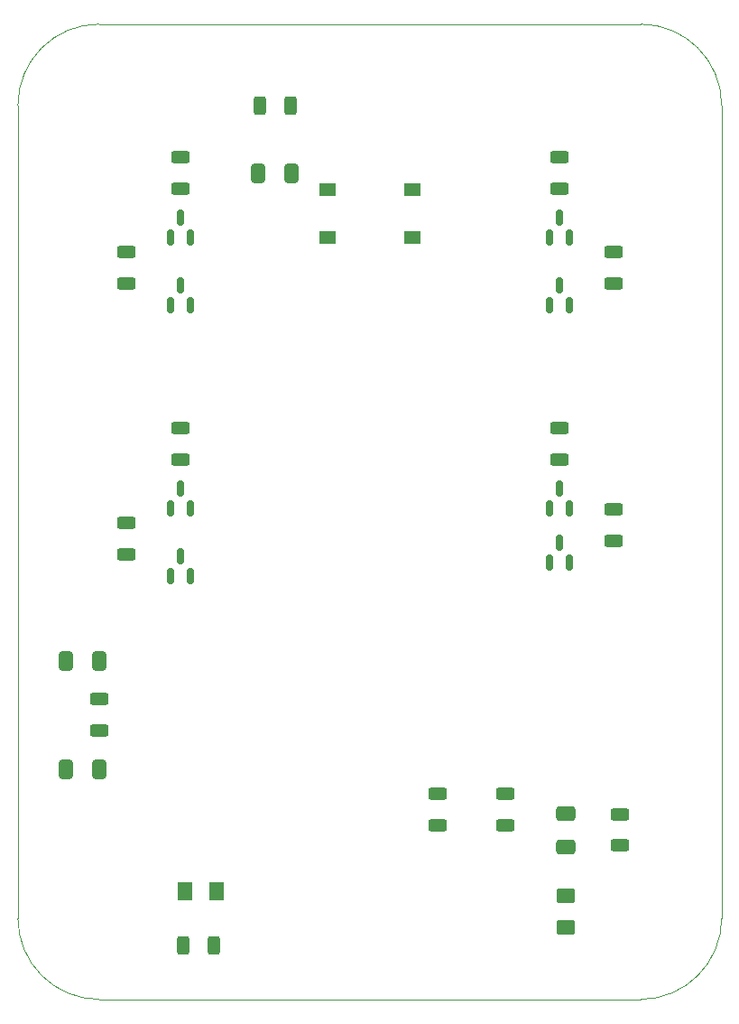
<source format=gbr>
%TF.GenerationSoftware,KiCad,Pcbnew,8.0.2*%
%TF.CreationDate,2024-05-09T13:50:34-05:00*%
%TF.ProjectId,multifan-i2c-controller,6d756c74-6966-4616-9e2d-6932632d636f,A*%
%TF.SameCoordinates,Original*%
%TF.FileFunction,Paste,Top*%
%TF.FilePolarity,Positive*%
%FSLAX46Y46*%
G04 Gerber Fmt 4.6, Leading zero omitted, Abs format (unit mm)*
G04 Created by KiCad (PCBNEW 8.0.2) date 2024-05-09 13:50:34*
%MOMM*%
%LPD*%
G01*
G04 APERTURE LIST*
G04 Aperture macros list*
%AMRoundRect*
0 Rectangle with rounded corners*
0 $1 Rounding radius*
0 $2 $3 $4 $5 $6 $7 $8 $9 X,Y pos of 4 corners*
0 Add a 4 corners polygon primitive as box body*
4,1,4,$2,$3,$4,$5,$6,$7,$8,$9,$2,$3,0*
0 Add four circle primitives for the rounded corners*
1,1,$1+$1,$2,$3*
1,1,$1+$1,$4,$5*
1,1,$1+$1,$6,$7*
1,1,$1+$1,$8,$9*
0 Add four rect primitives between the rounded corners*
20,1,$1+$1,$2,$3,$4,$5,0*
20,1,$1+$1,$4,$5,$6,$7,0*
20,1,$1+$1,$6,$7,$8,$9,0*
20,1,$1+$1,$8,$9,$2,$3,0*%
G04 Aperture macros list end*
%ADD10RoundRect,0.150000X0.150000X-0.587500X0.150000X0.587500X-0.150000X0.587500X-0.150000X-0.587500X0*%
%ADD11RoundRect,0.250000X-0.412500X-0.650000X0.412500X-0.650000X0.412500X0.650000X-0.412500X0.650000X0*%
%ADD12RoundRect,0.250000X-0.312500X-0.625000X0.312500X-0.625000X0.312500X0.625000X-0.312500X0.625000X0*%
%ADD13RoundRect,0.250000X0.412500X0.650000X-0.412500X0.650000X-0.412500X-0.650000X0.412500X-0.650000X0*%
%ADD14RoundRect,0.250000X-0.625000X0.312500X-0.625000X-0.312500X0.625000X-0.312500X0.625000X0.312500X0*%
%ADD15RoundRect,0.250001X0.624999X-0.462499X0.624999X0.462499X-0.624999X0.462499X-0.624999X-0.462499X0*%
%ADD16R,1.550000X1.300000*%
%ADD17RoundRect,0.250001X0.462499X0.624999X-0.462499X0.624999X-0.462499X-0.624999X0.462499X-0.624999X0*%
%ADD18RoundRect,0.250000X0.312500X0.625000X-0.312500X0.625000X-0.312500X-0.625000X0.312500X-0.625000X0*%
%ADD19RoundRect,0.250000X-0.650000X0.412500X-0.650000X-0.412500X0.650000X-0.412500X0.650000X0.412500X0*%
%TA.AperFunction,Profile*%
%ADD20C,0.050000*%
%TD*%
G04 APERTURE END LIST*
D10*
%TO.C,Q12*%
X118430000Y-63167500D03*
X120330000Y-63167500D03*
X119380000Y-61292500D03*
%TD*%
%TO.C,Q11*%
X119380000Y-86692500D03*
X120330000Y-88567500D03*
X118430000Y-88567500D03*
%TD*%
%TO.C,Q10*%
X82870000Y-88567500D03*
X84770000Y-88567500D03*
X83820000Y-86692500D03*
%TD*%
%TO.C,Q9*%
X83820000Y-61292500D03*
X84770000Y-63167500D03*
X82870000Y-63167500D03*
%TD*%
%TO.C,Q4*%
X118430000Y-69517500D03*
X120330000Y-69517500D03*
X119380000Y-67642500D03*
%TD*%
%TO.C,Q3*%
X119380000Y-91772500D03*
X120330000Y-93647500D03*
X118430000Y-93647500D03*
%TD*%
%TO.C,Q2*%
X83820000Y-93042500D03*
X84770000Y-94917500D03*
X82870000Y-94917500D03*
%TD*%
%TO.C,Q1*%
X82870000Y-69517500D03*
X84770000Y-69517500D03*
X83820000Y-67642500D03*
%TD*%
D11*
%TO.C,C1*%
X73075000Y-113030000D03*
X76200000Y-113030000D03*
%TD*%
D12*
%TO.C,R14*%
X91247500Y-50800000D03*
X94172500Y-50800000D03*
%TD*%
D13*
%TO.C,C2*%
X76200000Y-102870000D03*
X73075000Y-102870000D03*
%TD*%
D14*
%TO.C,R10*%
X114300000Y-115377500D03*
X114300000Y-118302500D03*
%TD*%
%TO.C,R4*%
X83820000Y-81087500D03*
X83820000Y-84012500D03*
%TD*%
%TO.C,R1*%
X76200000Y-106487500D03*
X76200000Y-109412500D03*
%TD*%
%TO.C,R11*%
X107950000Y-115377500D03*
X107950000Y-118302500D03*
%TD*%
%TO.C,R9*%
X124460000Y-64577500D03*
X124460000Y-67502500D03*
%TD*%
D15*
%TO.C,D1*%
X120015000Y-124877500D03*
X120015000Y-127852500D03*
%TD*%
D16*
%TO.C,SW1*%
X105575000Y-63210000D03*
X97625000Y-63210000D03*
X105575000Y-58710000D03*
X97625000Y-58710000D03*
%TD*%
D13*
%TO.C,C5*%
X94272500Y-57150000D03*
X91147500Y-57150000D03*
%TD*%
D14*
%TO.C,R2*%
X83820000Y-55687500D03*
X83820000Y-58612500D03*
%TD*%
%TO.C,R5*%
X78740000Y-89977500D03*
X78740000Y-92902500D03*
%TD*%
%TO.C,R7*%
X124460000Y-88707500D03*
X124460000Y-91632500D03*
%TD*%
%TO.C,R8*%
X119380000Y-55687500D03*
X119380000Y-58612500D03*
%TD*%
%TO.C,R3*%
X78740000Y-64577500D03*
X78740000Y-67502500D03*
%TD*%
D17*
%TO.C,D2*%
X87212500Y-124460000D03*
X84237500Y-124460000D03*
%TD*%
D18*
%TO.C,R13*%
X86995000Y-129540000D03*
X84070000Y-129540000D03*
%TD*%
D14*
%TO.C,R6*%
X119380000Y-81087500D03*
X119380000Y-84012500D03*
%TD*%
D19*
%TO.C,C3*%
X120015000Y-117182500D03*
X120015000Y-120307500D03*
%TD*%
D14*
%TO.C,R12*%
X125095000Y-117282500D03*
X125095000Y-120207500D03*
%TD*%
D20*
X76200000Y-134620000D02*
X127000000Y-134620000D01*
X127000000Y-43180000D02*
X76200000Y-43180000D01*
X68580000Y-50800000D02*
X68580000Y-127000000D01*
X134620000Y-127000000D02*
X134620000Y-50800000D01*
X76200000Y-134620000D02*
G75*
G02*
X68580000Y-127000000I0J7620000D01*
G01*
X127000000Y-43180000D02*
G75*
G02*
X134620000Y-50800000I0J-7620000D01*
G01*
X68580000Y-50800000D02*
G75*
G02*
X76200000Y-43180000I7620000J0D01*
G01*
X134620000Y-127000000D02*
G75*
G02*
X127000000Y-134620000I-7620000J0D01*
G01*
M02*

</source>
